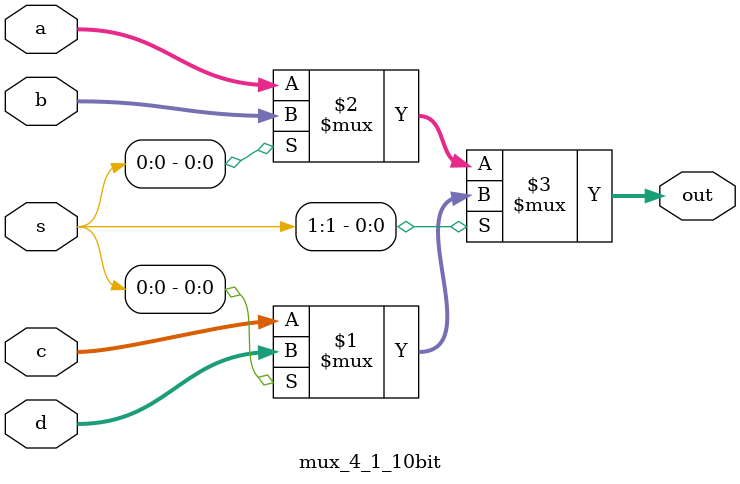
<source format=v>
`timescale 1ns / 1ps
module mux_4_1_10bit(

	input [9:0]a, b, c, d,
	input [1:0]s,
	output [9:0]out
	
	);

	assign out = s[1] ? (s[0] ? d : c) : (s[0] ? b : a);


endmodule

</source>
